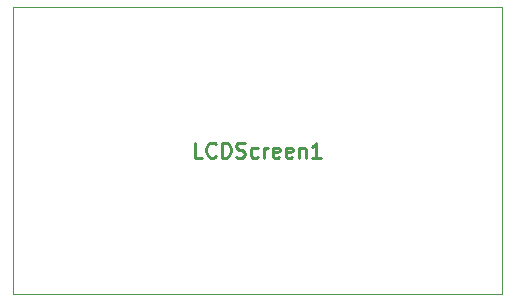
<source format=gbr>
%TF.GenerationSoftware,KiCad,Pcbnew,7.0.2-0*%
%TF.CreationDate,2023-11-12T18:26:11-05:00*%
%TF.ProjectId,LCD Module,4c434420-4d6f-4647-956c-652e6b696361,rev?*%
%TF.SameCoordinates,Original*%
%TF.FileFunction,Legend,Top*%
%TF.FilePolarity,Positive*%
%FSLAX46Y46*%
G04 Gerber Fmt 4.6, Leading zero omitted, Abs format (unit mm)*
G04 Created by KiCad (PCBNEW 7.0.2-0) date 2023-11-12 18:26:11*
%MOMM*%
%LPD*%
G01*
G04 APERTURE LIST*
%ADD10C,0.254000*%
%ADD11C,0.100000*%
G04 APERTURE END LIST*
D10*
%TO.C,LCDScreen1*%
X118355595Y-83142526D02*
X117750833Y-83142526D01*
X117750833Y-83142526D02*
X117750833Y-81872526D01*
X119504643Y-83021573D02*
X119444167Y-83082050D01*
X119444167Y-83082050D02*
X119262738Y-83142526D01*
X119262738Y-83142526D02*
X119141786Y-83142526D01*
X119141786Y-83142526D02*
X118960357Y-83082050D01*
X118960357Y-83082050D02*
X118839405Y-82961097D01*
X118839405Y-82961097D02*
X118778928Y-82840145D01*
X118778928Y-82840145D02*
X118718452Y-82598240D01*
X118718452Y-82598240D02*
X118718452Y-82416811D01*
X118718452Y-82416811D02*
X118778928Y-82174907D01*
X118778928Y-82174907D02*
X118839405Y-82053954D01*
X118839405Y-82053954D02*
X118960357Y-81933002D01*
X118960357Y-81933002D02*
X119141786Y-81872526D01*
X119141786Y-81872526D02*
X119262738Y-81872526D01*
X119262738Y-81872526D02*
X119444167Y-81933002D01*
X119444167Y-81933002D02*
X119504643Y-81993478D01*
X120048928Y-83142526D02*
X120048928Y-81872526D01*
X120048928Y-81872526D02*
X120351309Y-81872526D01*
X120351309Y-81872526D02*
X120532738Y-81933002D01*
X120532738Y-81933002D02*
X120653690Y-82053954D01*
X120653690Y-82053954D02*
X120714167Y-82174907D01*
X120714167Y-82174907D02*
X120774643Y-82416811D01*
X120774643Y-82416811D02*
X120774643Y-82598240D01*
X120774643Y-82598240D02*
X120714167Y-82840145D01*
X120714167Y-82840145D02*
X120653690Y-82961097D01*
X120653690Y-82961097D02*
X120532738Y-83082050D01*
X120532738Y-83082050D02*
X120351309Y-83142526D01*
X120351309Y-83142526D02*
X120048928Y-83142526D01*
X121258452Y-83082050D02*
X121439881Y-83142526D01*
X121439881Y-83142526D02*
X121742262Y-83142526D01*
X121742262Y-83142526D02*
X121863214Y-83082050D01*
X121863214Y-83082050D02*
X121923690Y-83021573D01*
X121923690Y-83021573D02*
X121984167Y-82900621D01*
X121984167Y-82900621D02*
X121984167Y-82779669D01*
X121984167Y-82779669D02*
X121923690Y-82658716D01*
X121923690Y-82658716D02*
X121863214Y-82598240D01*
X121863214Y-82598240D02*
X121742262Y-82537764D01*
X121742262Y-82537764D02*
X121500357Y-82477288D01*
X121500357Y-82477288D02*
X121379405Y-82416811D01*
X121379405Y-82416811D02*
X121318928Y-82356335D01*
X121318928Y-82356335D02*
X121258452Y-82235383D01*
X121258452Y-82235383D02*
X121258452Y-82114430D01*
X121258452Y-82114430D02*
X121318928Y-81993478D01*
X121318928Y-81993478D02*
X121379405Y-81933002D01*
X121379405Y-81933002D02*
X121500357Y-81872526D01*
X121500357Y-81872526D02*
X121802738Y-81872526D01*
X121802738Y-81872526D02*
X121984167Y-81933002D01*
X123072738Y-83082050D02*
X122951786Y-83142526D01*
X122951786Y-83142526D02*
X122709881Y-83142526D01*
X122709881Y-83142526D02*
X122588929Y-83082050D01*
X122588929Y-83082050D02*
X122528452Y-83021573D01*
X122528452Y-83021573D02*
X122467976Y-82900621D01*
X122467976Y-82900621D02*
X122467976Y-82537764D01*
X122467976Y-82537764D02*
X122528452Y-82416811D01*
X122528452Y-82416811D02*
X122588929Y-82356335D01*
X122588929Y-82356335D02*
X122709881Y-82295859D01*
X122709881Y-82295859D02*
X122951786Y-82295859D01*
X122951786Y-82295859D02*
X123072738Y-82356335D01*
X123617023Y-83142526D02*
X123617023Y-82295859D01*
X123617023Y-82537764D02*
X123677500Y-82416811D01*
X123677500Y-82416811D02*
X123737976Y-82356335D01*
X123737976Y-82356335D02*
X123858928Y-82295859D01*
X123858928Y-82295859D02*
X123979881Y-82295859D01*
X124887023Y-83082050D02*
X124766071Y-83142526D01*
X124766071Y-83142526D02*
X124524166Y-83142526D01*
X124524166Y-83142526D02*
X124403213Y-83082050D01*
X124403213Y-83082050D02*
X124342737Y-82961097D01*
X124342737Y-82961097D02*
X124342737Y-82477288D01*
X124342737Y-82477288D02*
X124403213Y-82356335D01*
X124403213Y-82356335D02*
X124524166Y-82295859D01*
X124524166Y-82295859D02*
X124766071Y-82295859D01*
X124766071Y-82295859D02*
X124887023Y-82356335D01*
X124887023Y-82356335D02*
X124947499Y-82477288D01*
X124947499Y-82477288D02*
X124947499Y-82598240D01*
X124947499Y-82598240D02*
X124342737Y-82719192D01*
X125975594Y-83082050D02*
X125854642Y-83142526D01*
X125854642Y-83142526D02*
X125612737Y-83142526D01*
X125612737Y-83142526D02*
X125491784Y-83082050D01*
X125491784Y-83082050D02*
X125431308Y-82961097D01*
X125431308Y-82961097D02*
X125431308Y-82477288D01*
X125431308Y-82477288D02*
X125491784Y-82356335D01*
X125491784Y-82356335D02*
X125612737Y-82295859D01*
X125612737Y-82295859D02*
X125854642Y-82295859D01*
X125854642Y-82295859D02*
X125975594Y-82356335D01*
X125975594Y-82356335D02*
X126036070Y-82477288D01*
X126036070Y-82477288D02*
X126036070Y-82598240D01*
X126036070Y-82598240D02*
X125431308Y-82719192D01*
X126580355Y-82295859D02*
X126580355Y-83142526D01*
X126580355Y-82416811D02*
X126640832Y-82356335D01*
X126640832Y-82356335D02*
X126761784Y-82295859D01*
X126761784Y-82295859D02*
X126943213Y-82295859D01*
X126943213Y-82295859D02*
X127064165Y-82356335D01*
X127064165Y-82356335D02*
X127124641Y-82477288D01*
X127124641Y-82477288D02*
X127124641Y-83142526D01*
X128394642Y-83142526D02*
X127668927Y-83142526D01*
X128031784Y-83142526D02*
X128031784Y-81872526D01*
X128031784Y-81872526D02*
X127910832Y-82053954D01*
X127910832Y-82053954D02*
X127789880Y-82174907D01*
X127789880Y-82174907D02*
X127668927Y-82235383D01*
D11*
X102342500Y-70405000D02*
X143742500Y-70405000D01*
X102342500Y-94705000D02*
X102342500Y-70405000D01*
X143742500Y-70405000D02*
X143742500Y-94705000D01*
X143742500Y-94705000D02*
X102342500Y-94705000D01*
%TD*%
M02*

</source>
